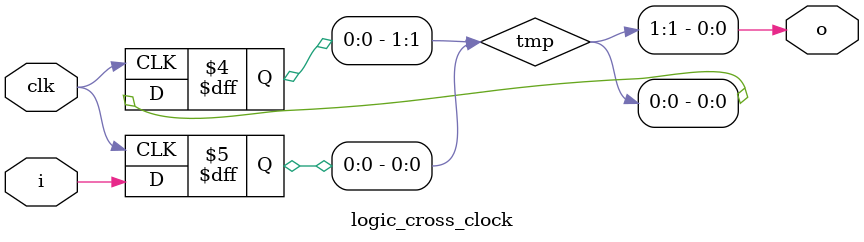
<source format=sv>

module logic_cross_clock
#(
	parameter integer STAGES = 2
) (
	input logic clk,
	input logic i,
	output logic o
);

logic[STAGES-1:0] tmp;

always_comb
begin
	o = tmp[STAGES-1];
end

// Handle first ff
always_ff @(posedge clk)
begin
	tmp[0] <= i;
end

// Handle other ffs
generate
	genvar iter;
	for(iter=1; iter<STAGES; iter++)
	begin
		always_ff @(posedge clk)
		begin
			tmp[iter] <= tmp[iter-1];
		end
	end
endgenerate

endmodule

</source>
